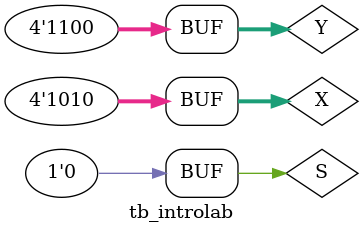
<source format=v>
module tb_introlab;
    reg [3:0] X, Y;
    reg S;
    wire [3:0] M;

    // Instantiate the MUX module
    introlab my_mux (
        .X(X),
        .Y(Y),
        .s(S),
        .M(M)
    );

    // Initialize inputs
    initial begin

        // Test case 1: Select input Y (s = 1)
        X = 4'b1010;
        Y = 4'b1100;
        S = 1;
        #20; // Wait for some time; Expected output: M = Y = 4'b1100

        // Test case 2: Select input X (s = 0)
        X = 4'b1010;
        Y = 4'b1100;
        S = 0;
        #20; // Wait for some time; Expected output: M = X = 4'b1010

    end
endmodule
</source>
